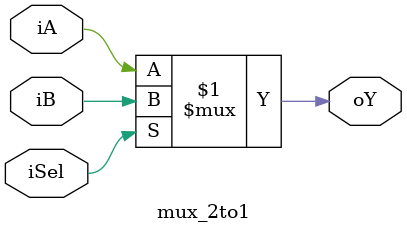
<source format=sv>
module mux_2to1 (
  input  logic iSel,
  input  logic iA,
  input  logic iB,
  output logic oY
);

  // Continuous assignment
  assign oY = iSel ? iB : iA;

endmodule : mux_2to1

</source>
